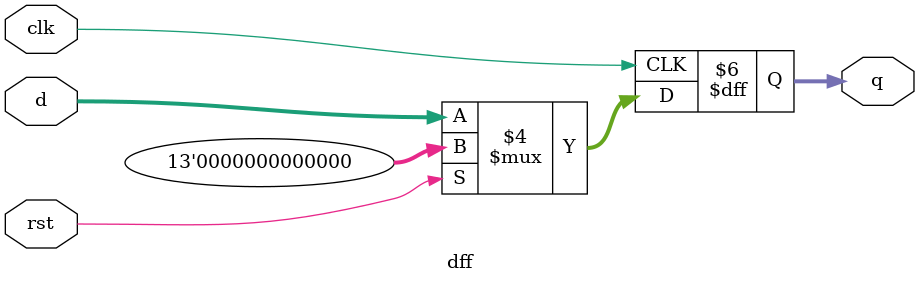
<source format=v>
`timescale 1ns / 1ps

module dff(clk,rst,d,q);// sub module d flipflop
    input clk,rst;
    input [12:0]d;
    output [12:0]q;
    reg [12:0]q;
    
    always@(posedge clk)
    begin
        if(rst==1)
        begin
            q=0;
        end
        else
        begin
            q=d;
        end
    end
endmodule
</source>
